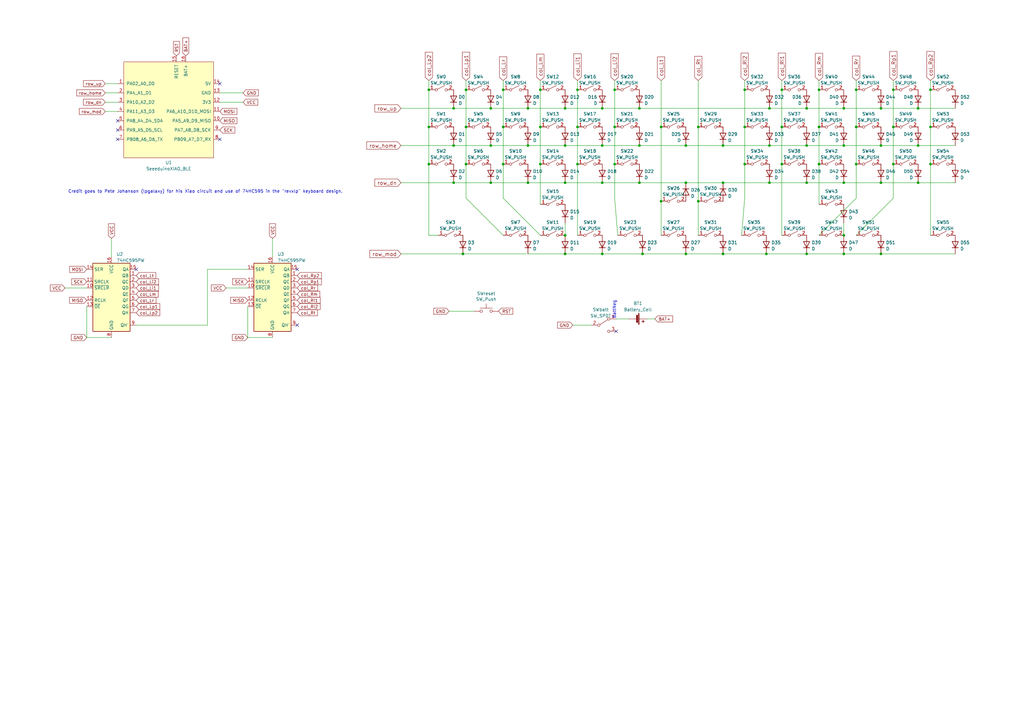
<source format=kicad_sch>
(kicad_sch (version 20211123) (generator eeschema)
  (paper "A3")
  (title_block (title "BumWings_002") (date "2022-11-16") (rev "v0.5") (company "tubby.twins a.k.a. mschnoor"))
  (lib_symbols
    (symbol "74xx:74HC595"
      (property "Reference" "U" (at -7.62 13.97 0))
      (property "Value" "74HC595" (at -7.62 -16.51 0))
      (symbol "74HC595_1_0"
        (pin tri_state line (at 10.16 7.62 180) (length 2.54) (name "QB") (number "1"))
        (pin input line (at -10.16 2.54 0) (length 2.54) (name "~{SRCLR}") (number "10"))
        (pin input line (at -10.16 5.08 0) (length 2.54) (name "SRCLK") (number "11"))
        (pin input line (at -10.16 -2.54 0) (length 2.54) (name "RCLK") (number "12"))
        (pin input line (at -10.16 -5.08 0) (length 2.54) (name "~{OE}") (number "13"))
        (pin input line (at -10.16 10.16 0) (length 2.54) (name "SER") (number "14"))
        (pin tri_state line (at 10.16 10.16 180) (length 2.54) (name "QA") (number "15"))
        (pin power_in line (at 0 15.24 270) (length 2.54) (name "VCC") (number "16"))
        (pin tri_state line (at 10.16 5.08 180) (length 2.54) (name "QC") (number "2"))
        (pin tri_state line (at 10.16 2.54 180) (length 2.54) (name "QD") (number "3"))
        (pin tri_state line (at 10.16 0 180) (length 2.54) (name "QE") (number "4"))
        (pin tri_state line (at 10.16 -2.54 180) (length 2.54) (name "QF") (number "5"))
        (pin tri_state line (at 10.16 -5.08 180) (length 2.54) (name "QG") (number "6"))
        (pin tri_state line (at 10.16 -7.62 180) (length 2.54) (name "QH") (number "7"))
        (pin power_in line (at 0 -17.78 90) (length 2.54) (name "GND") (number "8"))
        (pin output line (at 10.16 -12.7 180) (length 2.54) (name "QH'") (number "9"))
      )
      (symbol "74HC595_1_1"
        (rectangle (start -7.62 12.7) (end 7.62 -15.24) (stroke (width 0.254)) (fill (type background)))
      )
    )
    (symbol "BumWings_SymLibrary:Key_Switch" (pin_names (offset 0) hide)
      (property "Reference" "K" (at 0 3.175 0))
      (symbol "Key_Switch_0_0"
        (circle (center -2.032 0) (radius 0.508))
        (polyline (pts (xy -1.524 0.254) (xy 1.524 1.778)))
        (circle (center 2.032 0) (radius 0.508))
      )
      (symbol "Key_Switch_1_1"
        (pin passive line (at -5.08 0 0) (length 2.54) (name "A") (number "1"))
        (pin passive line (at 5.08 0 180) (length 2.54) (name "B") (number "2"))
      )
    )
    (symbol "Device:Battery_Cell" (pin_numbers hide) (pin_names (offset 0) hide)
      (property "Reference" "BT" (at 2.54 2.54 0))
      (property "Value" "Battery_Cell" (at 2.54 0 0))
      (symbol "Battery_Cell_0_1"
        (rectangle (start -2.286 1.778) (end 2.286 1.524) (fill (type outline)))
        (rectangle (start -1.5748 1.1938) (end 1.4732 0.6858) (fill (type outline)))
        (polyline (pts (xy 0 0.762) (xy 0 0)))
        (polyline (pts (xy 0 1.778) (xy 0 2.54)))
        (polyline (pts (xy 0.508 3.429) (xy 1.524 3.429)) (stroke (width 0.254)))
        (polyline (pts (xy 1.016 3.937) (xy 1.016 2.921)) (stroke (width 0.254)))
      )
      (symbol "Battery_Cell_1_1"
        (pin passive line (at 0 5.08 270) (length 2.54) (name "+") (number "1"))
        (pin passive line (at 0 -2.54 90) (length 2.54) (name "-") (number "2"))
      )
    )
    (symbol "Device:D" (pin_numbers hide) (pin_names (offset 1.016) hide)
      (property "Reference" "D" (at 0 2.54 0))
      (property "Value" "D" (at 0 -2.54 0))
      (symbol "D_0_1"
        (polyline (pts (xy -1.27 1.27) (xy -1.27 -1.27)) (stroke (width 0.254)))
        (polyline (pts (xy 1.27 0) (xy -1.27 0)))
        (polyline (pts (xy 1.27 1.27) (xy 1.27 -1.27) (xy -1.27 0) (xy 1.27 1.27)) (stroke (width 0.254)))
      )
      (symbol "D_1_1"
        (pin passive line (at -3.81 0 0) (length 2.54) (name "K") (number "1"))
        (pin passive line (at 3.81 0 180) (length 2.54) (name "A") (number "2"))
      )
    )
    (symbol "Seeeduino XIAO:SeeeduinoXIAO_BLE" (pin_names (offset 1.016))
      (property "Reference" "U1" (at -0.635 -20.9534 0))
      (property "Value" "SeeeduinoXIAO_BLE" (at -0.635 -23.4903 0))
      (symbol "SeeeduinoXIAO_BLE_0_1"
        (rectangle (start -19.05 20.32) (end 17.78 -19.05) (fill (type background)))
      )
      (symbol "SeeeduinoXIAO_BLE_1_1"
        (pin bidirectional line (at -21.59 11.43 0) (length 2.54) (name "PA02_A0_D0") (number "1"))
        (pin bidirectional line (at 20.32 -3.81 180) (length 2.54) (name "PA5_A9_D9_MISO") (number "10"))
        (pin bidirectional line (at 20.32 0 180) (length 2.54) (name "PA6_A10_D10_MOSI") (number "11"))
        (pin power_out line (at 20.32 3.81 180) (length 2.54) (name "3V3") (number "12"))
        (pin power_out line (at 20.32 7.62 180) (length 2.54) (name "GND") (number "13"))
        (pin power_out line (at 20.32 11.43 180) (length 2.54) (name "5V") (number "14"))
        (pin input line (at 2.54 22.86 270) (length 2.54) (name "RESET") (number "15"))
        (pin power_in line (at 6.35 22.86 270) (length 2.54) (name "BAT+") (number "16"))
        (pin bidirectional line (at -21.59 7.62 0) (length 2.54) (name "PA4_A1_D1") (number "2"))
        (pin bidirectional line (at -21.59 3.81 0) (length 2.54) (name "PA10_A2_D2") (number "3"))
        (pin unspecified line (at -21.59 0 0) (length 2.54) (name "PA11_A3_D3") (number "4"))
        (pin bidirectional line (at -21.59 -3.81 0) (length 2.54) (name "PA8_A4_D4_SDA") (number "5"))
        (pin bidirectional line (at -21.59 -7.62 0) (length 2.54) (name "PA9_A5_D5_SCL") (number "6"))
        (pin bidirectional line (at -21.59 -11.43 0) (length 2.54) (name "PB08_A6_D6_TX") (number "7"))
        (pin bidirectional line (at 20.32 -11.43 180) (length 2.54) (name "PB09_A7_D7_RX") (number "8"))
        (pin bidirectional line (at 20.32 -7.62 180) (length 2.54) (name "PA7_A8_D8_SCK") (number "9"))
      )
    )
    (symbol "Switch:SW_Push" (pin_numbers hide) (pin_names (offset 1.016) hide)
      (property "Reference" "SW" (at 1.27 2.54 0))
      (property "Value" "SW_Push" (at 0 -1.524 0))
      (symbol "SW_Push_0_1"
        (circle (center -2.032 0) (radius 0.508))
        (polyline (pts (xy 0 1.27) (xy 0 3.048)))
        (polyline (pts (xy 2.54 1.27) (xy -2.54 1.27)))
        (circle (center 2.032 0) (radius 0.508))
        (pin passive line (at -5.08 0 0) (length 2.54) (name "1") (number "1"))
        (pin passive line (at 5.08 0 180) (length 2.54) (name "2") (number "2"))
      )
    )
    (symbol "Switch:SW_SPDT" (pin_names (offset 0) hide)
      (property "Reference" "SW" (at 0 4.318 0))
      (property "Value" "SW_SPDT" (at 0 -5.08 0))
      (symbol "SW_SPDT_0_0"
        (circle (center -2.032 0) (radius 0.508))
        (circle (center 2.032 -2.54) (radius 0.508))
      )
      (symbol "SW_SPDT_0_1"
        (polyline (pts (xy -1.524 0.254) (xy 1.651 2.286)))
        (circle (center 2.032 2.54) (radius 0.508))
      )
      (symbol "SW_SPDT_1_1"
        (pin passive line (at 5.08 2.54 180) (length 2.54) (name "A") (number "1"))
        (pin passive line (at -5.08 0 0) (length 2.54) (name "B") (number "2"))
        (pin passive line (at 5.08 -2.54 180) (length 2.54) (name "C") (number "3"))
      )
    )
  )
  (junction (at 206.375 52.07))
  (junction (at 351.155 36.83))
  (junction (at 361.315 59.69))
  (junction (at 346.075 74.93))
  (junction (at 216.535 44.45))
  (junction (at 346.075 59.69))
  (junction (at 247.015 59.69))
  (junction (at 376.555 59.69))
  (junction (at 381.635 36.83))
  (junction (at 206.375 67.31))
  (junction (at 186.055 74.93))
  (junction (at 366.395 67.31))
  (junction (at 330.835 104.14))
  (junction (at 351.155 52.07))
  (junction (at 191.135 36.83))
  (junction (at 231.775 59.69))
  (junction (at 262.255 59.69))
  (junction (at 330.835 74.93))
  (junction (at 236.855 52.07))
  (junction (at 252.095 67.31))
  (junction (at 305.435 52.07))
  (junction (at 305.435 36.83))
  (junction (at 366.395 52.07))
  (junction (at 175.895 67.31))
  (junction (at 247.015 44.45))
  (junction (at 216.535 74.93))
  (junction (at 351.155 67.31))
  (junction (at 346.075 104.14))
  (junction (at 236.855 36.83))
  (junction (at 376.555 44.45))
  (junction (at 186.055 44.45))
  (junction (at 335.915 67.31))
  (junction (at 320.675 52.07))
  (junction (at 381.635 67.31))
  (junction (at 314.325 104.14))
  (junction (at 335.915 52.07))
  (junction (at 231.775 44.45))
  (junction (at 189.865 104.14))
  (junction (at 216.535 59.69))
  (junction (at 263.525 104.14))
  (junction (at 247.015 74.93))
  (junction (at 231.775 74.93))
  (junction (at 361.315 104.14))
  (junction (at 236.855 67.31))
  (junction (at 305.435 67.31))
  (junction (at 231.775 96.52))
  (junction (at 381.635 52.07))
  (junction (at 201.295 74.93))
  (junction (at 296.545 74.93))
  (junction (at 315.595 44.45))
  (junction (at 206.375 36.83))
  (junction (at 296.545 59.69))
  (junction (at 315.595 59.69))
  (junction (at 361.315 74.93))
  (junction (at 252.095 36.83))
  (junction (at 271.145 82.55))
  (junction (at 271.145 52.07))
  (junction (at 330.835 59.69))
  (junction (at 175.895 36.83))
  (junction (at 286.385 52.07))
  (junction (at 221.615 52.07))
  (junction (at 286.385 82.55))
  (junction (at 346.075 44.45))
  (junction (at 320.675 67.31))
  (junction (at 262.255 44.45))
  (junction (at 201.295 59.69))
  (junction (at 221.615 36.83))
  (junction (at 186.055 59.69))
  (junction (at 346.075 96.52))
  (junction (at 281.305 74.93))
  (junction (at 247.015 104.14))
  (junction (at 281.305 59.69))
  (junction (at 262.255 74.93))
  (junction (at 252.095 52.07))
  (junction (at 231.775 104.14))
  (junction (at 335.915 36.83))
  (junction (at 361.315 44.45))
  (junction (at 315.595 74.93))
  (junction (at 191.135 52.07))
  (junction (at 281.305 104.14))
  (junction (at 376.555 74.93))
  (junction (at 366.395 36.83))
  (junction (at 296.545 104.14))
  (junction (at 221.615 67.31))
  (junction (at 330.835 44.45))
  (junction (at 175.895 52.07))
  (junction (at 201.295 44.45))
  (junction (at 320.675 36.83))
  (junction (at 191.135 67.31))
  (no_connect (at 48.26 57.15))
  (no_connect (at 48.26 53.34))
  (no_connect (at 252.73 135.89))
  (no_connect (at 48.26 49.53))
  (no_connect (at 90.17 34.29))
  (no_connect (at 55.88 110.49))
  (no_connect (at 121.92 110.49))
  (no_connect (at 121.92 133.35))
  (no_connect (at 90.17 57.15))
  (wire (pts (xy 320.675 67.31) (xy 320.675 96.52)))
  (wire (pts (xy 271.145 96.52) (xy 271.145 82.55)))
  (wire (pts (xy 191.135 67.31) (xy 191.135 81.28)))
  (wire (pts (xy 262.255 74.93) (xy 281.305 74.93)))
  (wire (pts (xy 45.72 97.79) (xy 45.72 105.41)))
  (wire (pts (xy 320.675 33.02) (xy 320.675 36.83)))
  (wire (pts (xy 55.88 133.35) (xy 85.09 133.35)))
  (wire (pts (xy 262.255 59.69) (xy 281.305 59.69)))
  (wire (pts (xy 216.535 104.14) (xy 231.775 104.14)))
  (wire (pts (xy 361.315 74.93) (xy 376.555 74.93)))
  (wire (pts (xy 320.675 52.07) (xy 320.675 67.31)))
  (wire (pts (xy 252.095 67.31) (xy 252.095 81.28)))
  (wire (pts (xy 271.145 52.07) (xy 271.145 82.55)))
  (wire (pts (xy 305.435 36.83) (xy 305.435 52.07)))
  (wire (pts (xy 206.375 67.31) (xy 206.375 81.28)))
  (wire (pts (xy 361.315 59.69) (xy 376.555 59.69)))
  (wire (pts (xy 175.895 36.83) (xy 175.895 52.07)))
  (wire (pts (xy 221.615 36.83) (xy 221.615 52.07)))
  (wire (pts (xy 175.895 52.07) (xy 175.895 67.31)))
  (wire (pts (xy 335.915 96.52) (xy 351.155 81.28)))
  (wire (pts (xy 315.595 74.93) (xy 330.835 74.93)))
  (wire (pts (xy 216.535 59.69) (xy 231.775 59.69)))
  (wire (pts (xy 305.435 67.31) (xy 305.435 81.28)))
  (wire (pts (xy 361.315 44.45) (xy 376.555 44.45)))
  (wire (pts (xy 315.595 44.45) (xy 330.835 44.45)))
  (wire (pts (xy 376.555 44.45) (xy 391.795 44.45)))
  (wire (pts (xy 43.18 41.91) (xy 48.26 41.91)))
  (wire (pts (xy 252.095 36.83) (xy 252.095 52.07)))
  (wire (pts (xy 216.535 74.93) (xy 231.775 74.93)))
  (wire (pts (xy 286.385 33.02) (xy 286.385 52.07)))
  (wire (pts (xy 164.465 59.69) (xy 186.055 59.69)))
  (wire (pts (xy 221.615 67.31) (xy 221.615 83.82)))
  (wire (pts (xy 231.775 104.14) (xy 247.015 104.14)))
  (wire (pts (xy 175.895 33.02) (xy 175.895 36.83)))
  (wire (pts (xy 99.695 41.91) (xy 90.17 41.91)))
  (wire (pts (xy 101.6 118.11) (xy 92.71 118.11)))
  (wire (pts (xy 351.155 67.31) (xy 351.155 81.28)))
  (wire (pts (xy 186.055 74.93) (xy 201.295 74.93)))
  (wire (pts (xy 111.76 97.79) (xy 111.76 105.41)))
  (wire (pts (xy 263.525 104.14) (xy 281.305 104.14)))
  (wire (pts (xy 381.635 33.02) (xy 381.635 36.83)))
  (wire (pts (xy 186.055 44.45) (xy 201.295 44.45)))
  (wire (pts (xy 346.075 59.69) (xy 361.315 59.69)))
  (wire (pts (xy 252.095 33.02) (xy 252.095 36.83)))
  (wire (pts (xy 43.18 34.29) (xy 48.26 34.29)))
  (wire (pts (xy 346.075 91.44) (xy 346.075 96.52)))
  (wire (pts (xy 381.635 52.07) (xy 381.635 67.31)))
  (wire (pts (xy 231.775 44.45) (xy 247.015 44.45)))
  (wire (pts (xy 296.545 104.14) (xy 314.325 104.14)))
  (wire (pts (xy 35.56 125.73) (xy 35.56 138.43)))
  (wire (pts (xy 296.545 74.93) (xy 315.595 74.93)))
  (wire (pts (xy 314.325 104.14) (xy 330.835 104.14)))
  (wire (pts (xy 101.6 125.73) (xy 101.6 138.43)))
  (wire (pts (xy 286.385 96.52) (xy 286.385 82.55)))
  (wire (pts (xy 99.695 38.1) (xy 90.17 38.1)))
  (wire (pts (xy 101.6 138.43) (xy 111.76 138.43)))
  (wire (pts (xy 236.855 67.31) (xy 236.855 96.52)))
  (wire (pts (xy 281.305 74.93) (xy 296.545 74.93)))
  (wire (pts (xy 247.015 104.14) (xy 263.525 104.14)))
  (wire (pts (xy 191.135 36.83) (xy 191.135 52.07)))
  (wire (pts (xy 216.535 44.45) (xy 231.775 44.45)))
  (wire (pts (xy 315.595 59.69) (xy 330.835 59.69)))
  (wire (pts (xy 346.075 44.45) (xy 361.315 44.45)))
  (wire (pts (xy 335.915 36.83) (xy 335.915 52.07)))
  (wire (pts (xy 242.57 133.35) (xy 234.95 133.35)))
  (wire (pts (xy 221.615 52.07) (xy 221.615 67.31)))
  (wire (pts (xy 85.09 110.49) (xy 101.6 110.49)))
  (wire (pts (xy 236.855 33.02) (xy 236.855 36.83)))
  (wire (pts (xy 164.465 44.45) (xy 186.055 44.45)))
  (wire (pts (xy 247.015 44.45) (xy 262.255 44.45)))
  (wire (pts (xy 366.395 52.07) (xy 366.395 67.31)))
  (wire (pts (xy 231.775 91.44) (xy 231.775 96.52)))
  (wire (pts (xy 85.09 133.35) (xy 85.09 110.49)))
  (wire (pts (xy 286.385 52.07) (xy 286.385 82.55)))
  (wire (pts (xy 346.075 74.93) (xy 361.315 74.93)))
  (wire (pts (xy 351.155 96.52) (xy 366.395 81.28)))
  (wire (pts (xy 281.305 59.69) (xy 296.545 59.69)))
  (wire (pts (xy 236.855 36.83) (xy 236.855 52.07)))
  (wire (pts (xy 247.015 59.69) (xy 262.255 59.69)))
  (wire (pts (xy 351.155 33.02) (xy 351.155 36.83)))
  (wire (pts (xy 35.56 118.11) (xy 26.67 118.11)))
  (wire (pts (xy 265.43 130.81) (xy 268.605 130.81)))
  (wire (pts (xy 346.075 104.14) (xy 361.315 104.14)))
  (wire (pts (xy 305.435 81.28) (xy 304.165 96.52)))
  (wire (pts (xy 376.555 59.69) (xy 391.795 59.69)))
  (wire (pts (xy 201.295 59.69) (xy 216.535 59.69)))
  (wire (pts (xy 231.775 74.93) (xy 247.015 74.93)))
  (wire (pts (xy 201.295 44.45) (xy 216.535 44.45)))
  (wire (pts (xy 221.615 33.02) (xy 221.615 36.83)))
  (wire (pts (xy 281.305 104.14) (xy 296.545 104.14)))
  (wire (pts (xy 252.095 52.07) (xy 252.095 67.31)))
  (wire (pts (xy 366.395 33.02) (xy 366.395 36.83)))
  (wire (pts (xy 271.145 33.02) (xy 271.145 52.07)))
  (wire (pts (xy 164.465 74.93) (xy 186.055 74.93)))
  (wire (pts (xy 206.375 33.02) (xy 206.375 36.83)))
  (wire (pts (xy 330.835 44.45) (xy 346.075 44.45)))
  (wire (pts (xy 206.375 81.28) (xy 221.615 96.52)))
  (wire (pts (xy 351.155 52.07) (xy 351.155 67.31)))
  (wire (pts (xy 335.915 52.07) (xy 335.915 67.31)))
  (wire (pts (xy 191.135 33.02) (xy 191.135 36.83)))
  (wire (pts (xy 381.635 67.31) (xy 381.635 96.52)))
  (wire (pts (xy 186.055 59.69) (xy 201.295 59.69)))
  (wire (pts (xy 236.855 52.07) (xy 236.855 67.31)))
  (wire (pts (xy 330.835 59.69) (xy 346.075 59.69)))
  (wire (pts (xy 175.895 96.52) (xy 179.705 96.52)))
  (wire (pts (xy 201.295 74.93) (xy 216.535 74.93)))
  (wire (pts (xy 366.395 67.31) (xy 366.395 81.28)))
  (wire (pts (xy 194.31 127.635) (xy 184.15 127.635)))
  (wire (pts (xy 262.255 44.45) (xy 315.595 44.45)))
  (wire (pts (xy 330.835 104.14) (xy 346.075 104.14)))
  (wire (pts (xy 376.555 74.93) (xy 391.795 74.93)))
  (wire (pts (xy 381.635 36.83) (xy 381.635 52.07)))
  (wire (pts (xy 43.18 45.72) (xy 48.26 45.72)))
  (wire (pts (xy 206.375 52.07) (xy 206.375 67.31)))
  (wire (pts (xy 252.095 81.28) (xy 253.365 96.52)))
  (wire (pts (xy 231.775 59.69) (xy 247.015 59.69)))
  (wire (pts (xy 191.135 52.07) (xy 191.135 67.31)))
  (wire (pts (xy 330.835 74.93) (xy 346.075 74.93)))
  (wire (pts (xy 164.465 104.14) (xy 189.865 104.14)))
  (wire (pts (xy 351.155 36.83) (xy 351.155 52.07)))
  (wire (pts (xy 366.395 36.83) (xy 366.395 52.07)))
  (wire (pts (xy 247.015 74.93) (xy 262.255 74.93)))
  (wire (pts (xy 43.18 38.1) (xy 48.26 38.1)))
  (wire (pts (xy 335.915 67.31) (xy 335.915 83.82)))
  (wire (pts (xy 305.435 33.02) (xy 305.435 36.83)))
  (wire (pts (xy 305.435 52.07) (xy 305.435 67.31)))
  (wire (pts (xy 189.865 104.14) (xy 215.9 104.14)))
  (wire (pts (xy 335.915 33.02) (xy 335.915 36.83)))
  (wire (pts (xy 296.545 59.69) (xy 315.595 59.69)))
  (wire (pts (xy 320.675 36.83) (xy 320.675 52.07)))
  (wire (pts (xy 206.375 36.83) (xy 206.375 52.07)))
  (wire (pts (xy 175.895 67.31) (xy 175.895 96.52)))
  (wire (pts (xy 252.73 130.81) (xy 257.81 130.81)))
  (wire (pts (xy 191.135 81.28) (xy 206.375 96.52)))
  (wire (pts (xy 35.56 138.43) (xy 45.72 138.43)))
  (wire (pts (xy 361.315 104.14) (xy 391.795 104.14)))
  (text "Credit goes to Pete Johanson (lpgalaxy) for his Xiao circuit and use of 74HC595 in the \"revxlp\" keyboard design." (at 27.94 79.375 0) (effects (font (size 1.27 1.27)) (justify left bottom)))
  (text "BattNeg" (at 252.73 130.81 90) (effects (font (size 1.27 1.27)) (justify left bottom)))
  (global_label "BAT+" (shape input) (at 268.605 130.81 0) (property "Intersheet References" "${INTERSHEET_REFS}" (effects hide)))
  (global_label "col_Li1" (shape input) (at 236.855 33.02 90) (effects (font (size 1.524 1.524))) (property "Intersheet References" "${INTERSHEET_REFS}" (effects hide)))
  (global_label "VCC" (shape input) (at 45.72 97.79 90) (property "Intersheet References" "${INTERSHEET_REFS}" (effects hide)))
  (global_label "col_Lm" (shape input) (at 221.615 33.02 90) (effects (font (size 1.524 1.524))) (property "Intersheet References" "${INTERSHEET_REFS}" (effects hide)))
  (global_label "row_dn" (shape input) (at 164.465 74.93 180) (effects (font (size 1.524 1.524))) (property "Intersheet References" "${INTERSHEET_REFS}" (effects hide)))
  (global_label "GND" (shape input) (at 99.695 38.1 0) (property "Intersheet References" "${INTERSHEET_REFS}" (effects hide)))
  (global_label "row_mod" (shape input) (at 43.18 45.72 180) (property "Intersheet References" "${INTERSHEET_REFS}" (effects hide)))
  (global_label "col_Rr" (shape input) (at 351.155 33.02 90) (effects (font (size 1.524 1.524))) (property "Intersheet References" "${INTERSHEET_REFS}" (effects hide)))
  (global_label "GND" (shape input) (at 35.56 138.43 180) (property "Intersheet References" "${INTERSHEET_REFS}" (effects hide)))
  (global_label "col_Rp1" (shape input) (at 121.92 115.57 0) (property "Intersheet References" "${INTERSHEET_REFS}" (effects hide)))
  (global_label "SCK" (shape input) (at 35.56 115.57 180) (property "Intersheet References" "${INTERSHEET_REFS}" (effects hide)))
  (global_label "col_Ri1" (shape input) (at 121.92 123.19 0) (property "Intersheet References" "${INTERSHEET_REFS}" (effects hide)))
  (global_label "VCC" (shape input) (at 92.71 118.11 180) (property "Intersheet References" "${INTERSHEET_REFS}" (effects hide)))
  (global_label "VCC" (shape input) (at 111.76 97.79 90) (property "Intersheet References" "${INTERSHEET_REFS}" (effects hide)))
  (global_label "col_Li2" (shape input) (at 55.88 115.57 0) (property "Intersheet References" "${INTERSHEET_REFS}" (effects hide)))
  (global_label "col_Lp1" (shape input) (at 191.135 33.02 90) (effects (font (size 1.524 1.524))) (property "Intersheet References" "${INTERSHEET_REFS}" (effects hide)))
  (global_label "RST" (shape input) (at 204.47 127.635 0) (property "Intersheet References" "${INTERSHEET_REFS}" (effects hide)))
  (global_label "MISO" (shape input) (at 101.6 123.19 180) (property "Intersheet References" "${INTERSHEET_REFS}" (effects hide)))
  (global_label "VCC" (shape input) (at 99.695 41.91 0) (property "Intersheet References" "${INTERSHEET_REFS}" (effects hide)))
  (global_label "col_Rp2" (shape input) (at 121.92 113.03 0) (property "Intersheet References" "${INTERSHEET_REFS}" (effects hide)))
  (global_label "row_home" (shape input) (at 43.18 38.1 180) (property "Intersheet References" "${INTERSHEET_REFS}" (effects hide)))
  (global_label "MOSI" (shape input) (at 90.17 45.72 0) (property "Intersheet References" "${INTERSHEET_REFS}" (effects hide)))
  (global_label "col_Lp2" (shape input) (at 175.895 33.02 90) (effects (font (size 1.524 1.524))) (property "Intersheet References" "${INTERSHEET_REFS}" (effects hide)))
  (global_label "col_Lt" (shape input) (at 55.88 113.03 0) (property "Intersheet References" "${INTERSHEET_REFS}" (effects hide)))
  (global_label "col_Lt" (shape input) (at 271.145 33.02 90) (effects (font (size 1.524 1.524))) (property "Intersheet References" "${INTERSHEET_REFS}" (effects hide)))
  (global_label "col_Lr" (shape input) (at 55.88 123.19 0) (property "Intersheet References" "${INTERSHEET_REFS}" (effects hide)))
  (global_label "col_Rp2" (shape input) (at 381.635 33.02 90) (effects (font (size 1.524 1.524))) (property "Intersheet References" "${INTERSHEET_REFS}" (effects hide)))
  (global_label "SCK" (shape input) (at 90.17 53.34 0) (property "Intersheet References" "${INTERSHEET_REFS}" (effects hide)))
  (global_label "GND" (shape input) (at 101.6 138.43 180) (property "Intersheet References" "${INTERSHEET_REFS}" (effects hide)))
  (global_label "col_Lr" (shape input) (at 206.375 33.02 90) (effects (font (size 1.524 1.524))) (property "Intersheet References" "${INTERSHEET_REFS}" (effects hide)))
  (global_label "GND" (shape input) (at 184.15 127.635 180) (property "Intersheet References" "${INTERSHEET_REFS}" (effects hide)))
  (global_label "MISO" (shape input) (at 35.56 123.19 180) (property "Intersheet References" "${INTERSHEET_REFS}" (effects hide)))
  (global_label "col_Rm" (shape input) (at 121.92 120.65 0) (property "Intersheet References" "${INTERSHEET_REFS}" (effects hide)))
  (global_label "col_Li1" (shape input) (at 55.88 118.11 0) (property "Intersheet References" "${INTERSHEET_REFS}" (effects hide)))
  (global_label "col_Lp1" (shape input) (at 55.88 125.73 0) (property "Intersheet References" "${INTERSHEET_REFS}" (effects hide)))
  (global_label "row_up" (shape input) (at 43.18 34.29 180) (property "Intersheet References" "${INTERSHEET_REFS}" (effects hide)))
  (global_label "col_Ri2" (shape input) (at 121.92 125.73 0) (property "Intersheet References" "${INTERSHEET_REFS}" (effects hide)))
  (global_label "col_Rr" (shape input) (at 121.92 118.11 0) (property "Intersheet References" "${INTERSHEET_REFS}" (effects hide)))
  (global_label "col_Rt" (shape input) (at 121.92 128.27 0) (property "Intersheet References" "${INTERSHEET_REFS}" (effects hide)))
  (global_label "col_Ri2" (shape input) (at 305.435 33.02 90) (effects (font (size 1.524 1.524))) (property "Intersheet References" "${INTERSHEET_REFS}" (effects hide)))
  (global_label "MISO" (shape input) (at 90.17 49.53 0) (property "Intersheet References" "${INTERSHEET_REFS}" (effects hide)))
  (global_label "row_home" (shape input) (at 164.465 59.69 180) (effects (font (size 1.524 1.524))) (property "Intersheet References" "${INTERSHEET_REFS}" (effects hide)))
  (global_label "col_Rp1" (shape input) (at 366.395 33.02 90) (effects (font (size 1.524 1.524))) (property "Intersheet References" "${INTERSHEET_REFS}" (effects hide)))
  (global_label "row_mod" (shape input) (at 164.465 104.14 180) (effects (font (size 1.524 1.524))) (property "Intersheet References" "${INTERSHEET_REFS}" (effects hide)))
  (global_label "col_Ri1" (shape input) (at 320.675 33.02 90) (effects (font (size 1.524 1.524))) (property "Intersheet References" "${INTERSHEET_REFS}" (effects hide)))
  (global_label "GND" (shape input) (at 234.95 133.35 180) (property "Intersheet References" "${INTERSHEET_REFS}" (effects hide)))
  (global_label "RST" (shape input) (at 72.39 22.86 90) (property "Intersheet References" "${INTERSHEET_REFS}" (effects hide)))
  (global_label "row_dn" (shape input) (at 43.18 41.91 180) (property "Intersheet References" "${INTERSHEET_REFS}" (effects hide)))
  (global_label "row_up" (shape input) (at 164.465 44.45 180) (effects (font (size 1.524 1.524))) (property "Intersheet References" "${INTERSHEET_REFS}" (effects hide)))
  (global_label "SCK" (shape input) (at 101.6 115.57 180) (property "Intersheet References" "${INTERSHEET_REFS}" (effects hide)))
  (global_label "col_Lm" (shape input) (at 55.88 120.65 0) (property "Intersheet References" "${INTERSHEET_REFS}" (effects hide)))
  (global_label "col_Li2" (shape input) (at 252.095 33.02 90) (effects (font (size 1.524 1.524))) (property "Intersheet References" "${INTERSHEET_REFS}" (effects hide)))
  (global_label "col_Rt" (shape input) (at 286.385 33.02 90) (effects (font (size 1.524 1.524))) (property "Intersheet References" "${INTERSHEET_REFS}" (effects hide)))
  (global_label "BAT+" (shape input) (at 76.2 22.86 90) (property "Intersheet References" "${INTERSHEET_REFS}" (effects hide)))
  (global_label "col_Lp2" (shape input) (at 55.88 128.27 0) (property "Intersheet References" "${INTERSHEET_REFS}" (effects hide)))
  (global_label "MOSI" (shape input) (at 35.56 110.49 180) (property "Intersheet References" "${INTERSHEET_REFS}" (effects hide)))
  (global_label "VCC" (shape input) (at 26.67 118.11 180) (property "Intersheet References" "${INTERSHEET_REFS}" (effects hide)))
  (global_label "col_Rm" (shape input) (at 335.915 33.02 90) (effects (font (size 1.524 1.524))) (property "Intersheet References" "${INTERSHEET_REFS}" (effects hide)))
  (symbol (lib_id "Device:D") (at 186.055 40.64 90) (unit 1)
    (property "Reference" "D0" (at 188.087 39.8053 90) (effects (justify right)))
    (property "Value" "D" (at 188.087 42.3422 90) (effects (justify right)))
    (property "Footprint" "BumWings_Library:Diode_D_SOD-123" (effects hide))
  )
  (symbol (lib_id "BumWings_SymLibrary:Key_Switch") (at 184.785 96.52 0) (unit 1)
    (property "Reference" "SW3" (at 184.785 91.1692 0))
    (property "Value" "SW_PUSH" (at 184.785 93.7061 0))
    (property "Footprint" "BumWings_Library:Kailh_PG1350_1.5u_hotswap" (effects hide))
  )
  (symbol (lib_id "Device:D") (at 330.835 55.88 90) (unit 1)
    (property "Reference" "D37" (at 332.867 55.0453 90) (effects (justify right)))
    (property "Value" "D" (at 332.867 57.5822 90) (effects (justify right)))
    (property "Footprint" "BumWings_Library:Diode_D_SOD-123" (effects hide))
  )
  (symbol (lib_id "Device:D") (at 247.015 71.12 90) (unit 1)
    (property "Reference" "D18" (at 249.047 70.2853 90) (effects (justify right)))
    (property "Value" "D" (at 249.047 72.8222 90) (effects (justify right)))
    (property "Footprint" "BumWings_Library:Diode_D_SOD-123" (effects hide))
  )
  (symbol (lib_id "Device:D") (at 201.295 55.88 90) (unit 1)
    (property "Reference" "D5" (at 203.327 55.0453 90) (effects (justify right)))
    (property "Value" "D" (at 203.327 57.5822 90) (effects (justify right)))
    (property "Footprint" "BumWings_Library:Diode_D_SOD-123" (effects hide))
  )
  (symbol (lib_id "BumWings_SymLibrary:Key_Switch") (at 226.695 83.82 0) (unit 1)
    (property "Reference" "SW15" (at 226.695 78.4692 0))
    (property "Value" "SW_PUSH" (at 226.695 81.0061 0))
    (property "Footprint" "BumWings_Library:Kailh_PG1350_1u_hotswap" (effects hide))
  )
  (symbol (lib_id "BumWings_SymLibrary:Key_Switch") (at 241.935 96.52 0) (unit 1)
    (property "Reference" "SW19" (at 241.935 91.1692 0))
    (property "Value" "SW_PUSH" (at 241.935 93.7061 0))
    (property "Footprint" "BumWings_Library:Kailh_PG1350_1u_hotswap" (effects hide))
  )
  (symbol (lib_id "74xx:74HC595") (at 45.72 120.65 0) (unit 1)
    (property "Reference" "U2" (at 47.7394 104.2502 0) (effects (justify left)))
    (property "Value" "74HC595PW" (at 47.7394 106.7871 0) (effects (justify left)))
    (property "Footprint" "Package_SO:TSSOP-16_4.4x5mm_P0.65mm" (effects hide))
    (property "Datasheet" "http://www.ti.com/lit/ds/symlink/sn74hc595.pdf" (effects hide))
    (property "LCSC Part Number" "C10092" (effects hide))
  )
  (symbol (lib_id "Device:D") (at 281.305 100.33 90) (unit 1)
    (property "Reference" "D27" (at 283.337 99.4953 90) (effects (justify right)))
    (property "Value" "D" (at 283.337 102.0322 90) (effects (justify right)))
    (property "Footprint" "BumWings_Library:Diode_D_SOD-123" (effects hide))
  )
  (symbol (lib_id "Device:D") (at 361.315 40.64 90) (unit 1)
    (property "Reference" "D44" (at 363.347 39.8053 90) (effects (justify right)))
    (property "Value" "D" (at 363.347 42.3422 90) (effects (justify right)))
    (property "Footprint" "BumWings_Library:Diode_D_SOD-123" (effects hide))
  )
  (symbol (lib_id "Device:D") (at 391.795 100.33 90) (unit 1)
    (property "Reference" "D55" (at 393.827 99.4953 90) (effects (justify right)))
    (property "Value" "D" (at 393.827 102.0322 90) (effects (justify right)))
    (property "Footprint" "BumWings_Library:Diode_D_SOD-123" (effects hide))
  )
  (symbol (lib_id "74xx:74HC595") (at 111.76 120.65 0) (unit 1)
    (property "Reference" "U3" (at 113.7794 104.2502 0) (effects (justify left)))
    (property "Value" "74HC595PW" (at 113.7794 106.7871 0) (effects (justify left)))
    (property "Footprint" "Package_SO:TSSOP-16_4.4x5mm_P0.65mm" (effects hide))
    (property "Datasheet" "http://www.ti.com/lit/ds/symlink/sn74hc595.pdf" (effects hide))
    (property "LCSC Part Number" "C10092" (effects hide))
  )
  (symbol (lib_id "Device:D") (at 315.595 71.12 90) (unit 1)
    (property "Reference" "D34" (at 317.627 70.2853 90) (effects (justify right)))
    (property "Value" "D" (at 317.627 72.8222 90) (effects (justify right)))
    (property "Footprint" "BumWings_Library:Diode_D_SOD-123" (effects hide))
  )
  (symbol (lib_id "BumWings_SymLibrary:Key_Switch") (at 291.465 96.52 0) (unit 1)
    (property "Reference" "SW31" (at 291.465 91.1692 0))
    (property "Value" "SW_PUSH" (at 291.465 93.7061 0))
    (property "Footprint" "BumWings_Library:Kailh_PG1350_1.5u_hotswap" (effects hide))
  )
  (symbol (lib_id "Device:D") (at 262.255 55.88 90) (unit 1)
    (property "Reference" "D21" (at 264.287 55.0453 90) (effects (justify right)))
    (property "Value" "D" (at 264.287 57.5822 90) (effects (justify right)))
    (property "Footprint" "BumWings_Library:Diode_D_SOD-123" (effects hide))
  )
  (symbol (lib_id "Device:D") (at 263.525 100.33 90) (unit 1)
    (property "Reference" "D23" (at 265.557 99.4953 90) (effects (justify right)))
    (property "Value" "D" (at 265.557 102.0322 90) (effects (justify right)))
    (property "Footprint" "BumWings_Library:Diode_D_SOD-123" (effects hide))
  )
  (symbol (lib_id "Device:D") (at 296.545 78.74 270) (unit 1)
    (property "Reference" "D30" (at 298.577 77.9053 90) (effects (justify left)))
    (property "Value" "D" (at 298.577 80.4422 90) (effects (justify left)))
    (property "Footprint" "BumWings_Library:Diode_D_SOD-123" (effects hide))
  )
  (symbol (lib_id "BumWings_SymLibrary:Key_Switch") (at 180.975 36.83 0) (unit 1)
    (property "Reference" "SW0" (at 180.975 31.4792 0))
    (property "Value" "SW_PUSH" (at 180.975 34.0161 0))
    (property "Footprint" "BumWings_Library:Kailh_PG1350_1u_hotswap" (effects hide))
  )
  (symbol (lib_id "BumWings_SymLibrary:Key_Switch") (at 309.245 96.52 0) (unit 1)
    (property "Reference" "SW35" (at 309.245 91.1692 0))
    (property "Value" "SW_PUSH" (at 309.245 93.7061 0))
    (property "Footprint" "BumWings_Library:Kailh_PG1350_2u_stab_hotswap" (effects hide))
  )
  (symbol (lib_id "Device:D") (at 201.295 40.64 90) (unit 1)
    (property "Reference" "D4" (at 203.327 39.8053 90) (effects (justify right)))
    (property "Value" "D" (at 203.327 42.3422 90) (effects (justify right)))
    (property "Footprint" "BumWings_Library:Diode_D_SOD-123" (effects hide))
  )
  (symbol (lib_id "Device:D") (at 346.075 87.63 90) (unit 1)
    (property "Reference" "D43" (at 348.107 86.7953 90) (effects (justify right)))
    (property "Value" "D" (at 348.107 89.3322 90) (effects (justify right)))
    (property "Footprint" "BumWings_Library:Diode_D_SOD-123" (effects hide))
  )
  (symbol (lib_id "Device:Battery_Cell") (at 260.35 130.81 270) (unit 1)
    (property "Reference" "BT1" (at 261.62 124.46 90))
    (property "Value" "Battery_Cell" (at 261.62 127 90))
    (property "Footprint" "revxlp:cell_pads" (effects hide))
  )
  (symbol (lib_id "Device:D") (at 391.795 71.12 90) (unit 1)
    (property "Reference" "D54" (at 393.827 70.2853 90) (effects (justify right)))
    (property "Value" "D" (at 393.827 72.8222 90) (effects (justify right)))
    (property "Footprint" "BumWings_Library:Diode_D_SOD-123" (effects hide))
  )
  (symbol (lib_id "BumWings_SymLibrary:Key_Switch") (at 340.995 52.07 0) (unit 1)
    (property "Reference" "SW41" (at 340.995 46.7192 0))
    (property "Value" "SW_PUSH" (at 340.995 49.2561 0))
    (property "Footprint" "BumWings_Library:Kailh_PG1350_1u_hotswap" (effects hide))
  )
  (symbol (lib_id "Device:D") (at 262.255 40.64 90) (unit 1)
    (property "Reference" "D20" (at 264.287 39.8053 90) (effects (justify right)))
    (property "Value" "D" (at 264.287 42.3422 90) (effects (justify right)))
    (property "Footprint" "BumWings_Library:Diode_D_SOD-123" (effects hide))
  )
  (symbol (lib_id "BumWings_SymLibrary:Key_Switch") (at 371.475 67.31 0) (unit 1)
    (property "Reference" "SW50" (at 371.475 61.9592 0))
    (property "Value" "SW_PUSH" (at 371.475 64.4961 0))
    (property "Footprint" "BumWings_Library:Kailh_PG1350_1u_hotswap" (effects hide))
  )
  (symbol (lib_id "Device:D") (at 231.775 55.88 90) (unit 1)
    (property "Reference" "D13" (at 233.807 55.0453 90) (effects (justify right)))
    (property "Value" "D" (at 233.807 57.5822 90) (effects (justify right)))
    (property "Footprint" "BumWings_Library:Diode_D_SOD-123" (effects hide))
  )
  (symbol (lib_id "BumWings_SymLibrary:Key_Switch") (at 325.755 36.83 0) (unit 1)
    (property "Reference" "SW36" (at 325.755 31.4792 0))
    (property "Value" "SW_PUSH" (at 325.755 34.0161 0))
    (property "Footprint" "BumWings_Library:Kailh_PG1350_1u_hotswap" (effects hide))
  )
  (symbol (lib_id "Device:D") (at 361.315 100.33 90) (unit 1)
    (property "Reference" "D51" (at 363.347 99.4953 90) (effects (justify right)))
    (property "Value" "D" (at 363.347 102.0322 90) (effects (justify right)))
    (property "Footprint" "BumWings_Library:Diode_D_SOD-123" (effects hide))
  )
  (symbol (lib_id "BumWings_SymLibrary:Key_Switch") (at 386.715 52.07 0) (unit 1)
    (property "Reference" "SW53" (at 386.715 46.7192 0))
    (property "Value" "SW_PUSH" (at 386.715 49.2561 0))
    (property "Footprint" "BumWings_Library:Kailh_PG1350_1u_hotswap" (effects hide))
  )
  (symbol (lib_id "BumWings_SymLibrary:Key_Switch") (at 258.445 96.52 0) (unit 1)
    (property "Reference" "SW23" (at 258.445 91.1692 0))
    (property "Value" "SW_PUSH" (at 258.445 93.7061 0))
    (property "Footprint" "BumWings_Library:Kailh_PG1350_2u_stab_hotswap" (effects hide))
  )
  (symbol (lib_id "Device:D") (at 216.535 40.64 90) (unit 1)
    (property "Reference" "D8" (at 218.567 39.8053 90) (effects (justify right)))
    (property "Value" "D" (at 218.567 42.3422 90) (effects (justify right)))
    (property "Footprint" "BumWings_Library:Diode_D_SOD-123" (effects hide))
  )
  (symbol (lib_id "Device:D") (at 330.835 40.64 90) (unit 1)
    (property "Reference" "D36" (at 328.803 39.8053 90) (effects (justify left)))
    (property "Value" "D" (at 328.803 42.3422 90) (effects (justify left)))
    (property "Footprint" "BumWings_Library:Diode_D_SOD-123" (effects hide))
  )
  (symbol (lib_id "BumWings_SymLibrary:Key_Switch") (at 386.715 67.31 0) (unit 1)
    (property "Reference" "SW54" (at 386.715 61.9592 0))
    (property "Value" "SW_PUSH" (at 386.715 64.4961 0))
    (property "Footprint" "BumWings_Library:Kailh_PG1350_1u_hotswap" (effects hide))
  )
  (symbol (lib_id "Device:D") (at 247.015 55.88 90) (unit 1)
    (property "Reference" "D17" (at 249.047 55.0453 90) (effects (justify right)))
    (property "Value" "D" (at 249.047 57.5822 90) (effects (justify right)))
    (property "Footprint" "BumWings_Library:Diode_D_SOD-123" (effects hide))
  )
  (symbol (lib_id "Switch:SW_SPDT") (at 247.65 133.35 0) (unit 1)
    (property "Reference" "SWbatt" (at 246.38 127 0))
    (property "Value" "SW_SPDT" (at 246.38 129.54 0))
    (property "Footprint" "Button_Switch_SMD:SW_SPDT_PCM12" (effects hide))
    (property "LCSC Part Number" "C221841" (effects hide))
  )
  (symbol (lib_id "BumWings_SymLibrary:Key_Switch") (at 371.475 36.83 0) (unit 1)
    (property "Reference" "SW48" (at 371.475 31.4792 0))
    (property "Value" "SW_PUSH" (at 371.475 34.0161 0))
    (property "Footprint" "BumWings_Library:Kailh_PG1350_1u_hotswap" (effects hide))
  )
  (symbol (lib_id "BumWings_SymLibrary:Key_Switch") (at 325.755 52.07 0) (unit 1)
    (property "Reference" "SW37" (at 325.755 46.7192 0))
    (property "Value" "SW_PUSH" (at 325.755 49.2561 0))
    (property "Footprint" "BumWings_Library:Kailh_PG1350_1u_hotswap" (effects hide))
  )
  (symbol (lib_id "Device:D") (at 281.305 78.74 270) (unit 1)
    (property "Reference" "D26" (at 283.337 77.9053 90) (effects (justify left)))
    (property "Value" "D" (at 283.337 80.4422 90) (effects (justify left)))
    (property "Footprint" "BumWings_Library:Diode_D_SOD-123" (effects hide))
  )
  (symbol (lib_id "Device:D") (at 346.075 100.33 90) (unit 1)
    (property "Reference" "D47" (at 348.107 99.4953 90) (effects (justify right)))
    (property "Value" "D" (at 348.107 102.0322 90) (effects (justify right)))
    (property "Footprint" "BumWings_Library:Diode_D_SOD-123" (effects hide))
  )
  (symbol (lib_id "BumWings_SymLibrary:Key_Switch") (at 371.475 52.07 0) (unit 1)
    (property "Reference" "SW49" (at 371.475 46.7192 0))
    (property "Value" "SW_PUSH" (at 371.475 49.2561 0))
    (property "Footprint" "BumWings_Library:Kailh_PG1350_1u_hotswap" (effects hide))
  )
  (symbol (lib_id "Device:D") (at 231.775 40.64 90) (unit 1)
    (property "Reference" "D12" (at 233.807 39.8053 90) (effects (justify right)))
    (property "Value" "D" (at 233.807 42.3422 90) (effects (justify right)))
    (property "Footprint" "BumWings_Library:Diode_D_SOD-123" (effects hide))
  )
  (symbol (lib_id "Switch:SW_Push") (at 199.39 127.635 0) (mirror y) (unit 1)
    (property "Reference" "SWreset" (at 199.39 120.396 0))
    (property "Value" "SW_Push" (at 199.39 122.7074 0))
    (property "Footprint" "Button_Switch_SMD:Panasonic_EVQPUL_EVQPUC" (effects hide))
    (property "LCSC Part Number" "C79174" (effects hide))
  )
  (symbol (lib_id "BumWings_SymLibrary:Key_Switch") (at 257.175 36.83 0) (unit 1)
    (property "Reference" "SW20" (at 257.175 31.4792 0))
    (property "Value" "SW_PUSH" (at 257.175 34.0161 0))
    (property "Footprint" "BumWings_Library:Kailh_PG1350_1u_hotswap" (effects hide))
  )
  (symbol (lib_id "BumWings_SymLibrary:Key_Switch") (at 180.975 52.07 0) (unit 1)
    (property "Reference" "SW1" (at 180.975 46.7192 0))
    (property "Value" "SW_PUSH" (at 180.975 49.2561 0))
    (property "Footprint" "BumWings_Library:Kailh_PG1350_1u_hotswap" (effects hide))
  )
  (symbol (lib_id "Device:D") (at 391.795 40.64 90) (unit 1)
    (property "Reference" "D52" (at 393.827 39.8053 90) (effects (justify right)))
    (property "Value" "D" (at 393.827 42.3422 90) (effects (justify right)))
    (property "Footprint" "BumWings_Library:Diode_D_SOD-123" (effects hide))
  )
  (symbol (lib_id "BumWings_SymLibrary:Key_Switch") (at 241.935 36.83 0) (unit 1)
    (property "Reference" "SW16" (at 241.935 31.4792 0))
    (property "Value" "SW_PUSH" (at 241.935 34.0161 0))
    (property "Footprint" "BumWings_Library:Kailh_PG1350_1u_hotswap" (effects hide))
  )
  (symbol (lib_id "BumWings_SymLibrary:Key_Switch") (at 386.715 96.52 0) (unit 1)
    (property "Reference" "SW55" (at 386.715 91.1692 0))
    (property "Value" "SW_PUSH" (at 386.715 93.7061 0))
    (property "Footprint" "BumWings_Library:Kailh_PG1350_1.5u_hotswap" (effects hide))
  )
  (symbol (lib_id "BumWings_SymLibrary:Key_Switch") (at 276.225 96.52 0) (unit 1)
    (property "Reference" "SW27" (at 276.225 91.1692 0))
    (property "Value" "SW_PUSH" (at 276.225 93.7061 0))
    (property "Footprint" "BumWings_Library:Kailh_PG1350_1.5u_hotswap" (effects hide))
  )
  (symbol (lib_id "BumWings_SymLibrary:Key_Switch") (at 211.455 52.07 0) (unit 1)
    (property "Reference" "SW9" (at 211.455 46.7192 0))
    (property "Value" "SW_PUSH" (at 211.455 49.2561 0))
    (property "Footprint" "BumWings_Library:Kailh_PG1350_1u_hotswap" (effects hide))
  )
  (symbol (lib_id "BumWings_SymLibrary:Key_Switch") (at 340.995 83.82 0) (unit 1)
    (property "Reference" "SW43" (at 340.995 78.4692 0))
    (property "Value" "SW_PUSH" (at 340.995 81.0061 0))
    (property "Footprint" "BumWings_Library:Kailh_PG1350_1u_hotswap" (effects hide))
  )
  (symbol (lib_id "BumWings_SymLibrary:Key_Switch") (at 241.935 52.07 0) (unit 1)
    (property "Reference" "SW17" (at 241.935 46.7192 0))
    (property "Value" "SW_PUSH" (at 241.935 49.2561 0))
    (property "Footprint" "BumWings_Library:Kailh_PG1350_1u_hotswap" (effects hide))
  )
  (symbol (lib_id "BumWings_SymLibrary:Key_Switch") (at 226.695 96.52 0) (unit 1)
    (property "Reference" "SW11" (at 226.695 91.1692 0))
    (property "Value" "SW_PUSH" (at 226.695 93.7061 0))
    (property "Footprint" "BumWings_Library:Kailh_PG1350_1u_hotswap" (effects hide))
  )
  (symbol (lib_id "Seeeduino XIAO:SeeeduinoXIAO_BLE") (at 69.85 45.72 0) (unit 1)
    (property "Reference" "U1" (at 69.215 66.6734 0))
    (property "Value" "SeeeduinoXIAO_BLE" (at 69.215 69.2103 0))
    (property "Footprint" "zaphod:Seeeduino XIAO-MOUDLE14P-2.54-21X17.8MM" (effects hide))
  )
  (symbol (lib_id "Device:D") (at 231.775 87.63 90) (unit 1)
    (property "Reference" "D15" (at 233.807 86.7953 90) (effects (justify right)))
    (property "Value" "D" (at 233.807 89.3322 90) (effects (justify right)))
    (property "Footprint" "BumWings_Library:Diode_D_SOD-123" (effects hide))
  )
  (symbol (lib_id "Device:D") (at 376.555 55.88 90) (unit 1)
    (property "Reference" "D49" (at 374.523 55.0453 90) (effects (justify left)))
    (property "Value" "D" (at 374.523 57.5822 90) (effects (justify left)))
    (property "Footprint" "BumWings_Library:Diode_D_SOD-123" (effects hide))
  )
  (symbol (lib_id "BumWings_SymLibrary:Key_Switch") (at 180.975 67.31 0) (unit 1)
    (property "Reference" "SW2" (at 180.975 61.9592 0))
    (property "Value" "SW_PUSH" (at 180.975 64.4961 0))
    (property "Footprint" "BumWings_Library:Kailh_PG1350_1u_hotswap" (effects hide))
  )
  (symbol (lib_id "BumWings_SymLibrary:Key_Switch") (at 211.455 36.83 0) (unit 1)
    (property "Reference" "SW8" (at 211.455 31.4792 0))
    (property "Value" "SW_PUSH" (at 211.455 34.0161 0))
    (property "Footprint" "BumWings_Library:Kailh_PG1350_1u_hotswap" (effects hide))
  )
  (symbol (lib_id "BumWings_SymLibrary:Key_Switch") (at 276.225 52.07 0) (unit 1)
    (property "Reference" "SW25" (at 276.225 46.7192 0))
    (property "Value" "SW_PUSH" (at 276.225 49.2561 0))
    (property "Footprint" "BumWings_Library:Kailh_PG1350_1.5u_hotswap" (effects hide))
  )
  (symbol (lib_id "BumWings_SymLibrary:Key_Switch") (at 310.515 67.31 0) (unit 1)
    (property "Reference" "SW34" (at 310.515 61.9592 0))
    (property "Value" "SW_PUSH" (at 310.515 64.4961 0))
    (property "Footprint" "BumWings_Library:Kailh_PG1350_1u_hotswap" (effects hide))
  )
  (symbol (lib_id "BumWings_SymLibrary:Key_Switch") (at 276.225 82.55 0) (unit 1)
    (property "Reference" "SW26" (at 276.225 77.1992 0))
    (property "Value" "SW_PUSH" (at 276.225 79.7361 0))
    (property "Footprint" "BumWings_Library:Kailh_PG1350_1u_hotswap" (effects hide))
  )
  (symbol (lib_id "Device:D") (at 189.865 100.33 90) (unit 1)
    (property "Reference" "D3" (at 191.897 99.4953 90) (effects (justify right)))
    (property "Value" "D" (at 191.897 102.0322 90) (effects (justify right)))
    (property "Footprint" "BumWings_Library:Diode_D_SOD-123" (effects hide))
  )
  (symbol (lib_id "Device:D") (at 201.295 71.12 90) (unit 1)
    (property "Reference" "D6" (at 203.327 70.2853 90) (effects (justify right)))
    (property "Value" "D" (at 203.327 72.8222 90) (effects (justify right)))
    (property "Footprint" "BumWings_Library:Diode_D_SOD-123" (effects hide))
  )
  (symbol (lib_id "BumWings_SymLibrary:Key_Switch") (at 257.175 52.07 0) (unit 1)
    (property "Reference" "SW21" (at 257.175 46.7192 0))
    (property "Value" "SW_PUSH" (at 257.175 49.2561 0))
    (property "Footprint" "BumWings_Library:Kailh_PG1350_1u_hotswap" (effects hide))
  )
  (symbol (lib_id "Device:D") (at 361.315 55.88 90) (unit 1)
    (property "Reference" "D45" (at 363.347 55.0453 90) (effects (justify right)))
    (property "Value" "D" (at 363.347 57.5822 90) (effects (justify right)))
    (property "Footprint" "BumWings_Library:Diode_D_SOD-123" (effects hide))
  )
  (symbol (lib_id "BumWings_SymLibrary:Key_Switch") (at 340.995 67.31 0) (unit 1)
    (property "Reference" "SW42" (at 340.995 61.9592 0))
    (property "Value" "SW_PUSH" (at 340.995 64.4961 0))
    (property "Footprint" "BumWings_Library:Kailh_PG1350_1u_hotswap" (effects hide))
  )
  (symbol (lib_id "Device:D") (at 330.835 71.12 90) (unit 1)
    (property "Reference" "D38" (at 332.867 70.2853 90) (effects (justify right)))
    (property "Value" "D" (at 332.867 72.8222 90) (effects (justify right)))
    (property "Footprint" "BumWings_Library:Diode_D_SOD-123" (effects hide))
  )
  (symbol (lib_id "BumWings_SymLibrary:Key_Switch") (at 340.995 96.52 0) (unit 1)
    (property "Reference" "SW47" (at 340.995 91.1692 0))
    (property "Value" "SW_PUSH" (at 340.995 93.7061 0))
    (property "Footprint" "BumWings_Library:Kailh_PG1350_1u_hotswap" (effects hide))
  )
  (symbol (lib_id "Device:D") (at 231.775 100.33 90) (unit 1)
    (property "Reference" "D11" (at 233.807 99.4953 90) (effects (justify right)))
    (property "Value" "D" (at 233.807 102.0322 90) (effects (justify right)))
    (property "Footprint" "BumWings_Library:Diode_D_SOD-123" (effects hide))
  )
  (symbol (lib_id "Device:D") (at 216.535 100.33 90) (unit 1)
    (property "Reference" "D7" (at 218.567 99.4953 90) (effects (justify right)))
    (property "Value" "D" (at 218.567 102.0322 90) (effects (justify right)))
    (property "Footprint" "BumWings_Library:Diode_D_SOD-123" (effects hide))
  )
  (symbol (lib_id "BumWings_SymLibrary:Key_Switch") (at 325.755 67.31 0) (unit 1)
    (property "Reference" "SW38" (at 325.755 61.9592 0))
    (property "Value" "SW_PUSH" (at 325.755 64.4961 0))
    (property "Footprint" "BumWings_Library:Kailh_PG1350_1u_hotswap" (effects hide))
  )
  (symbol (lib_id "Device:D") (at 315.595 40.64 90) (unit 1)
    (property "Reference" "D32" (at 317.627 39.8053 90) (effects (justify right)))
    (property "Value" "D" (at 317.627 42.3422 90) (effects (justify right)))
    (property "Footprint" "BumWings_Library:Diode_D_SOD-123" (effects hide))
  )
  (symbol (lib_id "Device:D") (at 296.545 55.88 90) (unit 1)
    (property "Reference" "D29" (at 298.577 55.0453 90) (effects (justify right)))
    (property "Value" "D" (at 298.577 57.5822 90) (effects (justify right)))
    (property "Footprint" "BumWings_Library:Diode_D_SOD-123" (effects hide))
  )
  (symbol (lib_id "Device:D") (at 376.555 40.64 90) (unit 1)
    (property "Reference" "D48" (at 374.523 39.8053 90) (effects (justify left)))
    (property "Value" "D" (at 374.523 42.3422 90) (effects (justify left)))
    (property "Footprint" "BumWings_Library:Diode_D_SOD-123" (effects hide))
  )
  (symbol (lib_id "BumWings_SymLibrary:Key_Switch") (at 226.695 36.83 0) (unit 1)
    (property "Reference" "SW12" (at 226.695 31.4792 0))
    (property "Value" "SW_PUSH" (at 226.695 34.0161 0))
    (property "Footprint" "BumWings_Library:Kailh_PG1350_1u_hotswap" (effects hide))
  )
  (symbol (lib_id "BumWings_SymLibrary:Key_Switch") (at 340.995 36.83 0) (unit 1)
    (property "Reference" "SW40" (at 340.995 31.4792 0))
    (property "Value" "SW_PUSH" (at 340.995 34.0161 0))
    (property "Footprint" "BumWings_Library:Kailh_PG1350_1u_hotswap" (effects hide))
  )
  (symbol (lib_id "BumWings_SymLibrary:Key_Switch") (at 291.465 52.07 0) (unit 1)
    (property "Reference" "SW29" (at 291.465 46.7192 0))
    (property "Value" "SW_PUSH" (at 291.465 49.2561 0))
    (property "Footprint" "BumWings_Library:Kailh_PG1350_1.5u_hotswap" (effects hide))
  )
  (symbol (lib_id "Device:D") (at 262.255 71.12 90) (unit 1)
    (property "Reference" "D22" (at 264.287 70.2853 90) (effects (justify right)))
    (property "Value" "D" (at 264.287 72.8222 90) (effects (justify right)))
    (property "Footprint" "BumWings_Library:Diode_D_SOD-123" (effects hide))
  )
  (symbol (lib_id "BumWings_SymLibrary:Key_Switch") (at 356.235 96.52 0) (unit 1)
    (property "Reference" "SW51" (at 356.235 91.1692 0))
    (property "Value" "SW_PUSH" (at 356.235 93.7061 0))
    (property "Footprint" "BumWings_Library:Kailh_PG1350_1u_hotswap" (effects hide))
  )
  (symbol (lib_id "Device:D") (at 247.015 100.33 90) (unit 1)
    (property "Reference" "D19" (at 249.047 99.4953 90) (effects (justify right)))
    (property "Value" "D" (at 249.047 102.0322 90) (effects (justify right)))
    (property "Footprint" "BumWings_Library:Diode_D_SOD-123" (effects hide))
  )
  (symbol (lib_id "Device:D") (at 346.075 40.64 90) (unit 1)
    (property "Reference" "D40" (at 344.043 39.8053 90) (effects (justify left)))
    (property "Value" "D" (at 344.043 42.3422 90) (effects (justify left)))
    (property "Footprint" "BumWings_Library:Diode_D_SOD-123" (effects hide))
  )
  (symbol (lib_id "BumWings_SymLibrary:Key_Switch") (at 325.755 96.52 0) (unit 1)
    (property "Reference" "SW39" (at 325.755 91.1692 0))
    (property "Value" "SW_PUSH" (at 325.755 93.7061 0))
    (property "Footprint" "BumWings_Library:Kailh_PG1350_1u_hotswap" (effects hide))
  )
  (symbol (lib_id "BumWings_SymLibrary:Key_Switch") (at 257.175 67.31 0) (unit 1)
    (property "Reference" "SW22" (at 257.175 61.9592 0))
    (property "Value" "SW_PUSH" (at 257.175 64.4961 0))
    (property "Footprint" "BumWings_Library:Kailh_PG1350_1u_hotswap" (effects hide))
  )
  (symbol (lib_id "Device:D") (at 216.535 71.12 90) (unit 1)
    (property "Reference" "D10" (at 218.567 70.2853 90) (effects (justify right)))
    (property "Value" "D" (at 218.567 72.8222 90) (effects (justify right)))
    (property "Footprint" "BumWings_Library:Diode_D_SOD-123" (effects hide))
  )
  (symbol (lib_id "Device:D") (at 186.055 55.88 90) (unit 1)
    (property "Reference" "D1" (at 188.087 55.0453 90) (effects (justify right)))
    (property "Value" "D" (at 188.087 57.5822 90) (effects (justify right)))
    (property "Footprint" "BumWings_Library:Diode_D_SOD-123" (effects hide))
  )
  (symbol (lib_id "BumWings_SymLibrary:Key_Switch") (at 310.515 36.83 0) (unit 1)
    (property "Reference" "SW32" (at 310.515 31.4792 0))
    (property "Value" "SW_PUSH" (at 310.515 34.0161 0))
    (property "Footprint" "BumWings_Library:Kailh_PG1350_1u_hotswap" (effects hide))
  )
  (symbol (lib_id "Device:D") (at 231.775 71.12 90) (unit 1)
    (property "Reference" "D14" (at 233.807 70.2853 90) (effects (justify right)))
    (property "Value" "D" (at 233.807 72.8222 90) (effects (justify right)))
    (property "Footprint" "BumWings_Library:Diode_D_SOD-123" (effects hide))
  )
  (symbol (lib_id "BumWings_SymLibrary:Key_Switch") (at 196.215 36.83 0) (unit 1)
    (property "Reference" "SW4" (at 196.215 31.4792 0))
    (property "Value" "SW_PUSH" (at 196.215 34.0161 0))
    (property "Footprint" "BumWings_Library:Kailh_PG1350_1u_hotswap" (effects hide))
  )
  (symbol (lib_id "Device:D") (at 330.835 100.33 90) (unit 1)
    (property "Reference" "D39" (at 332.867 99.4953 90) (effects (justify right)))
    (property "Value" "D" (at 332.867 102.0322 90) (effects (justify right)))
    (property "Footprint" "BumWings_Library:Diode_D_SOD-123" (effects hide))
  )
  (symbol (lib_id "BumWings_SymLibrary:Key_Switch") (at 291.465 82.55 0) (unit 1)
    (property "Reference" "SW30" (at 291.465 77.1992 0))
    (property "Value" "SW_PUSH" (at 291.465 79.7361 0))
    (property "Footprint" "BumWings_Library:Kailh_PG1350_1u_hotswap" (effects hide))
  )
  (symbol (lib_id "Device:D") (at 361.315 71.12 90) (unit 1)
    (property "Reference" "D46" (at 363.347 70.2853 90) (effects (justify right)))
    (property "Value" "D" (at 363.347 72.8222 90) (effects (justify right)))
    (property "Footprint" "BumWings_Library:Diode_D_SOD-123" (effects hide))
  )
  (symbol (lib_id "Device:D") (at 391.795 55.88 90) (unit 1)
    (property "Reference" "D53" (at 393.827 55.0453 90) (effects (justify right)))
    (property "Value" "D" (at 393.827 57.5822 90) (effects (justify right)))
    (property "Footprint" "BumWings_Library:Diode_D_SOD-123" (effects hide))
  )
  (symbol (lib_id "BumWings_SymLibrary:Key_Switch") (at 196.215 67.31 0) (unit 1)
    (property "Reference" "SW6" (at 196.215 61.9592 0))
    (property "Value" "SW_PUSH" (at 196.215 64.4961 0))
    (property "Footprint" "BumWings_Library:Kailh_PG1350_1u_hotswap" (effects hide))
  )
  (symbol (lib_id "BumWings_SymLibrary:Key_Switch") (at 241.935 67.31 0) (unit 1)
    (property "Reference" "SW18" (at 241.935 61.9592 0))
    (property "Value" "SW_PUSH" (at 241.935 64.4961 0))
    (property "Footprint" "BumWings_Library:Kailh_PG1350_1u_hotswap" (effects hide))
  )
  (symbol (lib_id "BumWings_SymLibrary:Key_Switch") (at 356.235 67.31 0) (unit 1)
    (property "Reference" "SW46" (at 356.235 61.9592 0))
    (property "Value" "SW_PUSH" (at 356.235 64.4961 0))
    (property "Footprint" "BumWings_Library:Kailh_PG1350_1u_hotswap" (effects hide))
  )
  (symbol (lib_id "BumWings_SymLibrary:Key_Switch") (at 211.455 96.52 0) (unit 1)
    (property "Reference" "SW7" (at 211.455 91.1692 0))
    (property "Value" "SW_PUSH" (at 211.455 93.7061 0))
    (property "Footprint" "BumWings_Library:Kailh_PG1350_1u_hotswap" (effects hide))
  )
  (symbol (lib_id "Device:D") (at 281.305 55.88 90) (unit 1)
    (property "Reference" "D25" (at 279.273 55.0453 90) (effects (justify left)))
    (property "Value" "D" (at 279.273 57.5822 90) (effects (justify left)))
    (property "Footprint" "BumWings_Library:Diode_D_SOD-123" (effects hide))
  )
  (symbol (lib_id "BumWings_SymLibrary:Key_Switch") (at 386.715 36.83 0) (unit 1)
    (property "Reference" "SW52" (at 386.715 31.4792 0))
    (property "Value" "SW_PUSH" (at 386.715 34.0161 0))
    (property "Footprint" "BumWings_Library:Kailh_PG1350_1u_hotswap" (effects hide))
  )
  (symbol (lib_id "Device:D") (at 346.075 71.12 90) (unit 1)
    (property "Reference" "D42" (at 344.043 70.2853 90) (effects (justify left)))
    (property "Value" "D" (at 344.043 72.8222 90) (effects (justify left)))
    (property "Footprint" "BumWings_Library:Diode_D_SOD-123" (effects hide))
  )
  (symbol (lib_id "BumWings_SymLibrary:Key_Switch") (at 356.235 36.83 0) (unit 1)
    (property "Reference" "SW44" (at 356.235 31.4792 0))
    (property "Value" "SW_PUSH" (at 356.235 34.0161 0))
    (property "Footprint" "BumWings_Library:Kailh_PG1350_1u_hotswap" (effects hide))
  )
  (symbol (lib_id "Device:D") (at 315.595 55.88 90) (unit 1)
    (property "Reference" "D33" (at 317.627 55.0453 90) (effects (justify right)))
    (property "Value" "D" (at 317.627 57.5822 90) (effects (justify right)))
    (property "Footprint" "BumWings_Library:Diode_D_SOD-123" (effects hide))
  )
  (symbol (lib_id "BumWings_SymLibrary:Key_Switch") (at 226.695 67.31 0) (unit 1)
    (property "Reference" "SW14" (at 226.695 61.9592 0))
    (property "Value" "SW_PUSH" (at 226.695 64.4961 0))
    (property "Footprint" "BumWings_Library:Kailh_PG1350_1u_hotswap" (effects hide))
  )
  (symbol (lib_id "BumWings_SymLibrary:Key_Switch") (at 196.215 52.07 0) (unit 1)
    (property "Reference" "SW5" (at 196.215 46.7192 0))
    (property "Value" "SW_PUSH" (at 196.215 49.2561 0))
    (property "Footprint" "BumWings_Library:Kailh_PG1350_1u_hotswap" (effects hide))
  )
  (symbol (lib_id "Device:D") (at 216.535 55.88 90) (unit 1)
    (property "Reference" "D9" (at 218.567 55.0453 90) (effects (justify right)))
    (property "Value" "D" (at 218.567 57.5822 90) (effects (justify right)))
    (property "Footprint" "BumWings_Library:Diode_D_SOD-123" (effects hide))
  )
  (symbol (lib_id "BumWings_SymLibrary:Key_Switch") (at 226.695 52.07 0) (unit 1)
    (property "Reference" "SW13" (at 226.695 46.7192 0))
    (property "Value" "SW_PUSH" (at 226.695 49.2561 0))
    (property "Footprint" "BumWings_Library:Kailh_PG1350_1u_hotswap" (effects hide))
  )
  (symbol (lib_id "Device:D") (at 247.015 40.64 90) (unit 1)
    (property "Reference" "D16" (at 244.983 39.8053 90) (effects (justify left)))
    (property "Value" "D" (at 244.983 42.3422 90) (effects (justify left)))
    (property "Footprint" "BumWings_Library:Diode_D_SOD-123" (effects hide))
  )
  (symbol (lib_id "Device:D") (at 346.075 55.88 90) (unit 1)
    (property "Reference" "D41" (at 344.043 55.0453 90) (effects (justify left)))
    (property "Value" "D" (at 344.043 57.5822 90) (effects (justify left)))
    (property "Footprint" "BumWings_Library:Diode_D_SOD-123" (effects hide))
  )
  (symbol (lib_id "BumWings_SymLibrary:Key_Switch") (at 356.235 52.07 0) (unit 1)
    (property "Reference" "SW45" (at 356.235 46.7192 0))
    (property "Value" "SW_PUSH" (at 356.235 49.2561 0))
    (property "Footprint" "BumWings_Library:Kailh_PG1350_1u_hotswap" (effects hide))
  )
  (symbol (lib_id "Device:D") (at 314.325 100.33 90) (unit 1)
    (property "Reference" "D35" (at 316.357 99.4953 90) (effects (justify right)))
    (property "Value" "D" (at 316.357 102.0322 90) (effects (justify right)))
    (property "Footprint" "BumWings_Library:Diode_D_SOD-123" (effects hide))
  )
  (symbol (lib_id "BumWings_SymLibrary:Key_Switch") (at 310.515 52.07 0) (unit 1)
    (property "Reference" "SW33" (at 310.515 46.7192 0))
    (property "Value" "SW_PUSH" (at 310.515 49.2561 0))
    (property "Footprint" "BumWings_Library:Kailh_PG1350_1u_hotswap" (effects hide))
  )
  (symbol (lib_id "Device:D") (at 296.545 100.33 90) (unit 1)
    (property "Reference" "D31" (at 298.577 99.4953 90) (effects (justify right)))
    (property "Value" "D" (at 298.577 102.0322 90) (effects (justify right)))
    (property "Footprint" "BumWings_Library:Diode_D_SOD-123" (effects hide))
  )
  (symbol (lib_id "Device:D") (at 376.555 71.12 90) (unit 1)
    (property "Reference" "D50" (at 374.523 70.2853 90) (effects (justify left)))
    (property "Value" "D" (at 374.523 72.8222 90) (effects (justify left)))
    (property "Footprint" "BumWings_Library:Diode_D_SOD-123" (effects hide))
  )
  (symbol (lib_id "BumWings_SymLibrary:Key_Switch") (at 211.455 67.31 0) (unit 1)
    (property "Reference" "SW10" (at 211.455 61.9592 0))
    (property "Value" "SW_PUSH" (at 211.455 64.4961 0))
    (property "Footprint" "BumWings_Library:Kailh_PG1350_1u_hotswap" (effects hide))
  )
  (symbol (lib_id "Device:D") (at 186.055 71.12 90) (unit 1)
    (property "Reference" "D2" (at 188.087 70.2853 90) (effects (justify right)))
    (property "Value" "D" (at 188.087 72.8222 90) (effects (justify right)))
    (property "Footprint" "BumWings_Library:Diode_D_SOD-123" (effects hide))
  )
)
</source>
